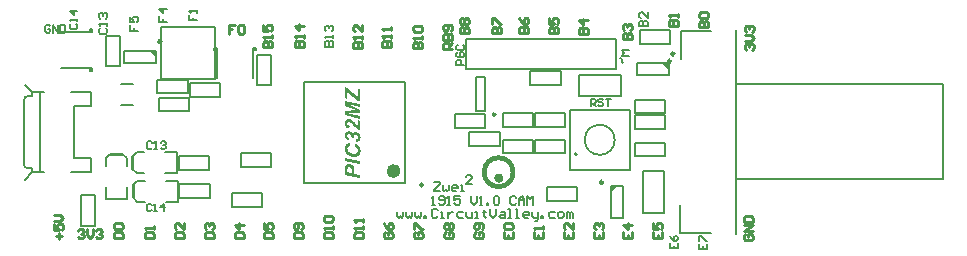
<source format=gto>
G04 Layer_Color=65535*
%FSLAX24Y24*%
%MOIN*%
G70*
G01*
G75*
%ADD10C,0.0080*%
%ADD37C,0.0100*%
%ADD40C,0.0150*%
%ADD52C,0.0236*%
%ADD53C,0.0098*%
%ADD54C,0.0050*%
%ADD55C,0.0079*%
%ADD56C,0.0080*%
%ADD57C,0.0080*%
%ADD58C,0.0070*%
%ADD59C,0.0090*%
G36*
X10256Y4494D02*
X10259D01*
X10264Y4493D01*
X10273Y4492D01*
X10284Y4489D01*
X10296Y4485D01*
X10309Y4478D01*
X10315Y4475D01*
X10321Y4471D01*
X10322D01*
X10323Y4470D01*
X10324Y4468D01*
X10326Y4466D01*
X10333Y4461D01*
X10339Y4454D01*
X10347Y4445D01*
X10355Y4434D01*
X10362Y4421D01*
X10369Y4407D01*
Y4407D01*
X10369Y4409D01*
X10370Y4410D01*
X10372Y4412D01*
X10375Y4418D01*
X10381Y4425D01*
X10387Y4433D01*
X10395Y4441D01*
X10404Y4448D01*
X10414Y4455D01*
X10414D01*
X10415Y4455D01*
X10416Y4456D01*
X10418Y4457D01*
X10424Y4460D01*
X10431Y4462D01*
X10439Y4465D01*
X10449Y4468D01*
X10459Y4470D01*
X10470Y4470D01*
X10476D01*
X10480Y4470D01*
X10485Y4469D01*
X10491Y4468D01*
X10497Y4467D01*
X10505Y4465D01*
X10512Y4463D01*
X10521Y4460D01*
X10529Y4457D01*
X10538Y4453D01*
X10547Y4448D01*
X10556Y4443D01*
X10566Y4437D01*
X10575Y4430D01*
X10575Y4429D01*
X10577Y4427D01*
X10581Y4424D01*
X10584Y4420D01*
X10589Y4414D01*
X10595Y4407D01*
X10601Y4400D01*
X10607Y4391D01*
X10613Y4382D01*
X10619Y4371D01*
X10624Y4359D01*
X10629Y4347D01*
X10633Y4333D01*
X10637Y4319D01*
X10639Y4304D01*
X10639Y4288D01*
Y4288D01*
Y4285D01*
Y4282D01*
X10639Y4278D01*
X10638Y4272D01*
X10637Y4265D01*
X10636Y4258D01*
X10635Y4250D01*
X10631Y4233D01*
X10628Y4224D01*
X10624Y4215D01*
X10620Y4207D01*
X10615Y4198D01*
X10609Y4189D01*
X10603Y4181D01*
X10602Y4180D01*
X10601Y4179D01*
X10599Y4177D01*
X10596Y4174D01*
X10592Y4171D01*
X10587Y4167D01*
X10582Y4163D01*
X10576Y4159D01*
X10568Y4154D01*
X10561Y4150D01*
X10552Y4145D01*
X10543Y4142D01*
X10532Y4138D01*
X10521Y4135D01*
X10510Y4132D01*
X10497Y4130D01*
X10486Y4226D01*
X10486D01*
X10487Y4226D01*
X10490D01*
X10492Y4227D01*
X10496Y4228D01*
X10500Y4229D01*
X10508Y4231D01*
X10517Y4234D01*
X10527Y4237D01*
X10536Y4241D01*
X10539Y4244D01*
X10542Y4247D01*
X10543Y4248D01*
X10545Y4250D01*
X10547Y4253D01*
X10550Y4258D01*
X10553Y4264D01*
X10556Y4271D01*
X10557Y4279D01*
X10558Y4289D01*
Y4289D01*
Y4290D01*
Y4292D01*
X10557Y4294D01*
X10557Y4301D01*
X10555Y4309D01*
X10552Y4317D01*
X10548Y4327D01*
X10543Y4337D01*
X10535Y4346D01*
X10534Y4347D01*
X10531Y4349D01*
X10526Y4353D01*
X10519Y4357D01*
X10510Y4361D01*
X10500Y4365D01*
X10488Y4367D01*
X10476Y4369D01*
X10471D01*
X10465Y4367D01*
X10458Y4366D01*
X10450Y4364D01*
X10442Y4361D01*
X10434Y4356D01*
X10426Y4350D01*
X10426Y4350D01*
X10424Y4347D01*
X10420Y4343D01*
X10417Y4337D01*
X10414Y4330D01*
X10410Y4322D01*
X10408Y4312D01*
X10407Y4301D01*
Y4300D01*
Y4300D01*
Y4296D01*
X10408Y4291D01*
X10409Y4285D01*
X10325Y4303D01*
Y4304D01*
Y4306D01*
X10326Y4309D01*
Y4313D01*
Y4313D01*
Y4314D01*
Y4316D01*
X10325Y4319D01*
Y4322D01*
X10325Y4326D01*
X10323Y4335D01*
X10321Y4345D01*
X10317Y4356D01*
X10312Y4365D01*
X10305Y4374D01*
X10304Y4375D01*
X10301Y4377D01*
X10297Y4381D01*
X10291Y4385D01*
X10283Y4389D01*
X10273Y4392D01*
X10262Y4394D01*
X10250Y4395D01*
X10246D01*
X10241Y4395D01*
X10235Y4394D01*
X10229Y4392D01*
X10223Y4389D01*
X10216Y4386D01*
X10210Y4381D01*
X10210Y4380D01*
X10208Y4378D01*
X10205Y4375D01*
X10203Y4371D01*
X10200Y4365D01*
X10198Y4359D01*
X10196Y4352D01*
X10195Y4344D01*
Y4342D01*
Y4340D01*
X10196Y4336D01*
X10198Y4331D01*
X10199Y4325D01*
X10202Y4318D01*
X10206Y4311D01*
X10212Y4305D01*
X10212Y4304D01*
X10215Y4302D01*
X10219Y4299D01*
X10224Y4295D01*
X10232Y4290D01*
X10242Y4286D01*
X10253Y4281D01*
X10266Y4278D01*
X10248Y4186D01*
X10248D01*
X10245Y4187D01*
X10243Y4188D01*
X10239Y4189D01*
X10234Y4191D01*
X10229Y4193D01*
X10223Y4195D01*
X10216Y4199D01*
X10202Y4205D01*
X10188Y4214D01*
X10174Y4223D01*
X10167Y4229D01*
X10161Y4234D01*
X10160Y4235D01*
X10159Y4236D01*
X10157Y4239D01*
X10154Y4243D01*
X10150Y4248D01*
X10147Y4253D01*
X10143Y4259D01*
X10138Y4266D01*
X10134Y4275D01*
X10130Y4283D01*
X10126Y4293D01*
X10123Y4303D01*
X10120Y4314D01*
X10117Y4325D01*
X10116Y4337D01*
X10116Y4350D01*
Y4351D01*
Y4354D01*
Y4357D01*
X10116Y4362D01*
X10117Y4368D01*
X10118Y4375D01*
X10119Y4382D01*
X10121Y4390D01*
X10123Y4399D01*
X10125Y4407D01*
X10128Y4416D01*
X10132Y4425D01*
X10137Y4434D01*
X10142Y4442D01*
X10148Y4450D01*
X10155Y4457D01*
X10155Y4458D01*
X10157Y4459D01*
X10159Y4461D01*
X10162Y4463D01*
X10165Y4466D01*
X10170Y4469D01*
X10175Y4472D01*
X10182Y4476D01*
X10188Y4480D01*
X10195Y4483D01*
X10203Y4486D01*
X10212Y4489D01*
X10220Y4491D01*
X10229Y4493D01*
X10239Y4494D01*
X10249Y4495D01*
X10253D01*
X10256Y4494D01*
D02*
G37*
G36*
X10264Y4900D02*
X10272Y4899D01*
X10281Y4897D01*
X10292Y4895D01*
X10303Y4892D01*
X10314Y4887D01*
X10315D01*
X10315Y4887D01*
X10317Y4886D01*
X10319Y4885D01*
X10326Y4882D01*
X10334Y4877D01*
X10343Y4872D01*
X10354Y4865D01*
X10366Y4856D01*
X10378Y4846D01*
X10379Y4845D01*
X10382Y4842D01*
X10388Y4837D01*
X10395Y4830D01*
X10400Y4825D01*
X10405Y4820D01*
X10411Y4815D01*
X10417Y4809D01*
X10423Y4802D01*
X10430Y4795D01*
X10438Y4787D01*
X10446Y4779D01*
X10446Y4778D01*
X10447Y4776D01*
X10450Y4774D01*
X10453Y4771D01*
X10456Y4768D01*
X10460Y4763D01*
X10470Y4754D01*
X10479Y4743D01*
X10489Y4733D01*
X10498Y4724D01*
X10502Y4720D01*
X10505Y4717D01*
X10506Y4716D01*
X10508Y4714D01*
X10511Y4711D01*
X10515Y4707D01*
X10520Y4703D01*
X10526Y4698D01*
X10538Y4688D01*
Y4865D01*
X10630Y4846D01*
Y4535D01*
X10628D01*
X10626Y4536D01*
X10624Y4536D01*
X10621Y4537D01*
X10617Y4537D01*
X10607Y4539D01*
X10596Y4542D01*
X10584Y4546D01*
X10572Y4551D01*
X10559Y4557D01*
X10558D01*
X10557Y4557D01*
X10556Y4558D01*
X10553Y4560D01*
X10550Y4562D01*
X10547Y4564D01*
X10538Y4569D01*
X10528Y4575D01*
X10517Y4582D01*
X10506Y4591D01*
X10495Y4600D01*
X10495Y4601D01*
X10493Y4601D01*
X10492Y4603D01*
X10490Y4605D01*
X10486Y4608D01*
X10482Y4612D01*
X10478Y4616D01*
X10472Y4622D01*
X10466Y4628D01*
X10459Y4634D01*
X10451Y4642D01*
X10442Y4651D01*
X10434Y4660D01*
X10423Y4670D01*
X10412Y4682D01*
X10400Y4694D01*
X10400Y4695D01*
X10398Y4697D01*
X10396Y4699D01*
X10392Y4703D01*
X10389Y4707D01*
X10384Y4712D01*
X10374Y4722D01*
X10363Y4733D01*
X10352Y4744D01*
X10348Y4749D01*
X10343Y4753D01*
X10339Y4757D01*
X10336Y4760D01*
X10335Y4760D01*
X10335Y4761D01*
X10331Y4764D01*
X10326Y4768D01*
X10320Y4773D01*
X10313Y4779D01*
X10304Y4784D01*
X10296Y4789D01*
X10289Y4793D01*
X10288Y4794D01*
X10285Y4795D01*
X10281Y4796D01*
X10276Y4798D01*
X10271Y4800D01*
X10265Y4801D01*
X10259Y4802D01*
X10253Y4803D01*
X10248D01*
X10244Y4802D01*
X10238Y4801D01*
X10231Y4799D01*
X10224Y4796D01*
X10217Y4792D01*
X10210Y4787D01*
X10210Y4786D01*
X10208Y4784D01*
X10205Y4781D01*
X10202Y4776D01*
X10199Y4771D01*
X10197Y4765D01*
X10195Y4757D01*
X10194Y4749D01*
Y4748D01*
Y4745D01*
X10195Y4740D01*
X10197Y4735D01*
X10199Y4728D01*
X10202Y4721D01*
X10207Y4714D01*
X10213Y4707D01*
X10214Y4707D01*
X10216Y4704D01*
X10221Y4701D01*
X10228Y4697D01*
X10232Y4695D01*
X10237Y4693D01*
X10242Y4690D01*
X10248Y4688D01*
X10254Y4686D01*
X10261Y4684D01*
X10269Y4682D01*
X10278Y4680D01*
X10263Y4583D01*
X10263D01*
X10260Y4583D01*
X10256Y4584D01*
X10251Y4586D01*
X10245Y4587D01*
X10239Y4589D01*
X10231Y4591D01*
X10223Y4594D01*
X10214Y4597D01*
X10205Y4601D01*
X10196Y4606D01*
X10187Y4611D01*
X10178Y4617D01*
X10169Y4623D01*
X10161Y4630D01*
X10154Y4638D01*
X10153Y4638D01*
X10152Y4640D01*
X10150Y4642D01*
X10148Y4645D01*
X10145Y4650D01*
X10142Y4655D01*
X10138Y4661D01*
X10134Y4668D01*
X10131Y4675D01*
X10128Y4684D01*
X10124Y4693D01*
X10122Y4702D01*
X10119Y4712D01*
X10117Y4723D01*
X10116Y4735D01*
X10116Y4747D01*
Y4747D01*
Y4750D01*
Y4753D01*
X10116Y4758D01*
X10117Y4764D01*
X10118Y4771D01*
X10119Y4779D01*
X10121Y4788D01*
X10122Y4796D01*
X10125Y4805D01*
X10128Y4815D01*
X10132Y4824D01*
X10137Y4834D01*
X10142Y4843D01*
X10148Y4851D01*
X10154Y4859D01*
X10155Y4860D01*
X10156Y4861D01*
X10158Y4863D01*
X10162Y4866D01*
X10165Y4869D01*
X10170Y4872D01*
X10175Y4876D01*
X10181Y4880D01*
X10188Y4884D01*
X10195Y4887D01*
X10204Y4891D01*
X10213Y4894D01*
X10222Y4896D01*
X10232Y4899D01*
X10242Y4900D01*
X10253Y4900D01*
X10258D01*
X10264Y4900D01*
D02*
G37*
G36*
X10285Y4009D02*
X10285D01*
X10283Y4009D01*
X10281Y4008D01*
X10278Y4008D01*
X10274Y4007D01*
X10270Y4006D01*
X10260Y4002D01*
X10250Y3998D01*
X10239Y3992D01*
X10229Y3985D01*
X10225Y3981D01*
X10221Y3977D01*
X10220Y3976D01*
X10218Y3972D01*
X10214Y3967D01*
X10210Y3960D01*
X10207Y3951D01*
X10204Y3940D01*
X10202Y3927D01*
X10200Y3913D01*
Y3913D01*
Y3912D01*
Y3909D01*
X10201Y3906D01*
Y3902D01*
X10202Y3897D01*
X10203Y3892D01*
X10204Y3887D01*
X10207Y3874D01*
X10212Y3861D01*
X10218Y3846D01*
X10223Y3839D01*
X10227Y3832D01*
X10228Y3831D01*
X10228Y3830D01*
X10230Y3828D01*
X10232Y3826D01*
X10235Y3822D01*
X10239Y3819D01*
X10243Y3815D01*
X10248Y3810D01*
X10253Y3805D01*
X10259Y3801D01*
X10266Y3795D01*
X10273Y3790D01*
X10281Y3785D01*
X10290Y3780D01*
X10300Y3776D01*
X10310Y3771D01*
X10311D01*
X10313Y3770D01*
X10316Y3769D01*
X10320Y3768D01*
X10325Y3766D01*
X10331Y3764D01*
X10338Y3762D01*
X10345Y3760D01*
X10354Y3758D01*
X10362Y3756D01*
X10381Y3753D01*
X10402Y3750D01*
X10423Y3749D01*
X10429D01*
X10433Y3750D01*
X10439Y3750D01*
X10444Y3751D01*
X10451Y3751D01*
X10458Y3753D01*
X10473Y3756D01*
X10489Y3761D01*
X10497Y3765D01*
X10504Y3769D01*
X10511Y3774D01*
X10518Y3779D01*
X10518Y3779D01*
X10520Y3780D01*
X10521Y3781D01*
X10523Y3784D01*
X10526Y3787D01*
X10528Y3790D01*
X10531Y3794D01*
X10535Y3799D01*
X10541Y3810D01*
X10546Y3822D01*
X10548Y3829D01*
X10550Y3836D01*
X10551Y3844D01*
X10551Y3852D01*
Y3852D01*
Y3854D01*
Y3856D01*
X10551Y3859D01*
Y3862D01*
X10550Y3867D01*
X10548Y3877D01*
X10545Y3888D01*
X10540Y3901D01*
X10533Y3914D01*
X10530Y3920D01*
X10525Y3927D01*
X10525Y3927D01*
X10524Y3928D01*
X10522Y3930D01*
X10520Y3932D01*
X10517Y3935D01*
X10514Y3938D01*
X10510Y3942D01*
X10505Y3946D01*
X10500Y3950D01*
X10494Y3954D01*
X10488Y3958D01*
X10481Y3963D01*
X10473Y3967D01*
X10465Y3971D01*
X10456Y3975D01*
X10446Y3978D01*
X10462Y4084D01*
X10464Y4083D01*
X10466Y4082D01*
X10471Y4081D01*
X10477Y4078D01*
X10484Y4074D01*
X10492Y4071D01*
X10501Y4066D01*
X10511Y4061D01*
X10522Y4054D01*
X10533Y4047D01*
X10543Y4039D01*
X10555Y4031D01*
X10566Y4022D01*
X10576Y4012D01*
X10586Y4001D01*
X10594Y3990D01*
X10595Y3990D01*
X10596Y3987D01*
X10598Y3984D01*
X10602Y3979D01*
X10605Y3973D01*
X10609Y3966D01*
X10613Y3958D01*
X10617Y3948D01*
X10621Y3938D01*
X10625Y3927D01*
X10629Y3915D01*
X10632Y3902D01*
X10635Y3889D01*
X10637Y3875D01*
X10639Y3860D01*
X10639Y3845D01*
Y3844D01*
Y3841D01*
X10639Y3836D01*
X10638Y3829D01*
X10638Y3821D01*
X10637Y3812D01*
X10635Y3802D01*
X10632Y3791D01*
X10629Y3779D01*
X10626Y3767D01*
X10621Y3755D01*
X10616Y3743D01*
X10609Y3731D01*
X10602Y3719D01*
X10593Y3708D01*
X10583Y3698D01*
X10583Y3697D01*
X10581Y3695D01*
X10577Y3693D01*
X10573Y3689D01*
X10567Y3685D01*
X10560Y3681D01*
X10551Y3676D01*
X10542Y3671D01*
X10531Y3666D01*
X10518Y3661D01*
X10505Y3657D01*
X10490Y3653D01*
X10474Y3650D01*
X10457Y3647D01*
X10439Y3645D01*
X10419Y3645D01*
X10411D01*
X10404Y3645D01*
X10396Y3646D01*
X10387Y3647D01*
X10377Y3648D01*
X10366Y3649D01*
X10354Y3651D01*
X10341Y3653D01*
X10328Y3656D01*
X10315Y3660D01*
X10301Y3664D01*
X10287Y3668D01*
X10273Y3674D01*
X10259Y3680D01*
X10258Y3680D01*
X10256Y3681D01*
X10252Y3684D01*
X10247Y3686D01*
X10241Y3690D01*
X10234Y3694D01*
X10227Y3700D01*
X10218Y3705D01*
X10209Y3712D01*
X10200Y3719D01*
X10191Y3728D01*
X10182Y3736D01*
X10173Y3746D01*
X10164Y3756D01*
X10156Y3766D01*
X10148Y3778D01*
X10148Y3779D01*
X10147Y3781D01*
X10145Y3784D01*
X10142Y3789D01*
X10139Y3795D01*
X10136Y3802D01*
X10132Y3810D01*
X10129Y3819D01*
X10125Y3829D01*
X10122Y3839D01*
X10118Y3851D01*
X10116Y3862D01*
X10113Y3875D01*
X10111Y3888D01*
X10110Y3901D01*
X10109Y3915D01*
Y3916D01*
Y3919D01*
X10110Y3923D01*
Y3929D01*
X10111Y3936D01*
X10112Y3944D01*
X10113Y3953D01*
X10115Y3963D01*
X10117Y3973D01*
X10121Y3984D01*
X10124Y3996D01*
X10128Y4007D01*
X10133Y4018D01*
X10139Y4029D01*
X10147Y4039D01*
X10154Y4049D01*
X10155Y4050D01*
X10157Y4052D01*
X10159Y4054D01*
X10163Y4058D01*
X10167Y4062D01*
X10173Y4066D01*
X10179Y4071D01*
X10186Y4077D01*
X10194Y4082D01*
X10204Y4087D01*
X10214Y4092D01*
X10224Y4097D01*
X10236Y4102D01*
X10249Y4105D01*
X10262Y4108D01*
X10276Y4110D01*
X10285Y4009D01*
D02*
G37*
G36*
X10256Y3403D02*
X10261D01*
X10270Y3402D01*
X10282Y3400D01*
X10295Y3397D01*
X10308Y3393D01*
X10322Y3388D01*
X10323D01*
X10324Y3387D01*
X10325Y3386D01*
X10328Y3385D01*
X10331Y3384D01*
X10335Y3382D01*
X10343Y3378D01*
X10352Y3372D01*
X10362Y3366D01*
X10372Y3359D01*
X10381Y3351D01*
X10382Y3350D01*
X10385Y3347D01*
X10389Y3343D01*
X10393Y3337D01*
X10399Y3330D01*
X10404Y3322D01*
X10410Y3314D01*
X10414Y3304D01*
X10415Y3303D01*
X10415Y3301D01*
X10416Y3300D01*
X10418Y3294D01*
X10420Y3286D01*
X10423Y3276D01*
X10426Y3265D01*
X10429Y3251D01*
X10431Y3236D01*
Y3236D01*
Y3235D01*
X10432Y3234D01*
Y3231D01*
Y3229D01*
X10432Y3225D01*
Y3221D01*
X10433Y3215D01*
X10434Y3210D01*
Y3203D01*
X10434Y3195D01*
Y3187D01*
Y3178D01*
X10435Y3167D01*
Y3156D01*
Y3144D01*
Y3076D01*
X10630Y3035D01*
Y2930D01*
X10118Y3037D01*
Y3245D01*
Y3246D01*
Y3247D01*
Y3251D01*
Y3255D01*
X10118Y3259D01*
Y3265D01*
X10119Y3271D01*
X10119Y3277D01*
X10121Y3291D01*
X10123Y3306D01*
X10127Y3320D01*
X10131Y3333D01*
Y3333D01*
X10132Y3335D01*
X10133Y3336D01*
X10134Y3338D01*
X10137Y3344D01*
X10142Y3351D01*
X10148Y3360D01*
X10155Y3368D01*
X10164Y3376D01*
X10175Y3384D01*
X10175D01*
X10176Y3385D01*
X10178Y3386D01*
X10180Y3387D01*
X10183Y3388D01*
X10187Y3390D01*
X10195Y3394D01*
X10205Y3397D01*
X10218Y3401D01*
X10232Y3403D01*
X10246Y3403D01*
X10253D01*
X10256Y3403D01*
D02*
G37*
G36*
X10630Y3508D02*
Y3403D01*
X10118Y3510D01*
Y3615D01*
X10630Y3508D01*
D02*
G37*
G36*
X20923Y6549D02*
X20702Y6770D01*
X20923D01*
Y6549D01*
D02*
G37*
G36*
X3813Y6959D02*
X3592Y7180D01*
X3813D01*
Y6959D01*
D02*
G37*
G36*
X18980Y2442D02*
Y2663D01*
X19201D01*
X18980Y2442D01*
D02*
G37*
G36*
X10630Y5410D02*
Y5315D01*
X10205Y5403D01*
X10630Y5213D01*
Y5113D01*
X10202Y5095D01*
X10630Y5013D01*
Y4918D01*
X10118Y5025D01*
Y5175D01*
X10471Y5191D01*
X10118Y5352D01*
Y5503D01*
X10630Y5410D01*
D02*
G37*
G36*
X10198Y5948D02*
X10547Y5650D01*
Y5651D01*
Y5652D01*
Y5654D01*
Y5658D01*
Y5661D01*
X10546Y5666D01*
Y5674D01*
Y5684D01*
X10546Y5693D01*
Y5697D01*
Y5700D01*
Y5703D01*
Y5704D01*
Y5705D01*
Y5706D01*
Y5708D01*
Y5711D01*
Y5714D01*
Y5718D01*
Y5723D01*
Y5729D01*
Y5735D01*
X10545Y5742D01*
Y5749D01*
Y5758D01*
Y5767D01*
Y5776D01*
X10545Y5787D01*
Y5797D01*
Y5919D01*
X10630Y5901D01*
Y5504D01*
X10550Y5520D01*
X10203Y5815D01*
Y5577D01*
X10118Y5595D01*
Y5964D01*
X10198Y5948D01*
D02*
G37*
%LPC*%
G36*
X10255Y3298D02*
X10252D01*
X10249Y3297D01*
X10245Y3297D01*
X10240Y3296D01*
X10235Y3295D01*
X10230Y3292D01*
X10225Y3290D01*
X10225Y3289D01*
X10223Y3288D01*
X10221Y3286D01*
X10219Y3284D01*
X10215Y3280D01*
X10213Y3276D01*
X10210Y3272D01*
X10208Y3266D01*
Y3266D01*
X10207Y3263D01*
X10206Y3259D01*
X10205Y3256D01*
X10205Y3252D01*
X10204Y3249D01*
X10204Y3244D01*
X10203Y3238D01*
Y3232D01*
X10203Y3225D01*
X10202Y3218D01*
Y3210D01*
Y3200D01*
Y3125D01*
X10349Y3094D01*
Y3126D01*
Y3128D01*
Y3130D01*
Y3134D01*
Y3140D01*
X10349Y3146D01*
Y3154D01*
X10348Y3163D01*
Y3171D01*
X10347Y3190D01*
X10345Y3209D01*
X10344Y3217D01*
X10343Y3225D01*
X10341Y3232D01*
X10339Y3237D01*
Y3238D01*
X10339Y3239D01*
X10337Y3242D01*
X10335Y3247D01*
X10331Y3254D01*
X10326Y3261D01*
X10321Y3268D01*
X10314Y3275D01*
X10306Y3282D01*
X10305Y3282D01*
X10302Y3285D01*
X10297Y3287D01*
X10291Y3290D01*
X10283Y3293D01*
X10275Y3296D01*
X10265Y3297D01*
X10255Y3298D01*
D02*
G37*
%LPD*%
D10*
X-470Y5661D02*
G03*
X-572Y5563I-2J-100D01*
G01*
X-572Y3378D02*
G03*
X-470Y3261I110J-7D01*
G01*
X17849Y3721D02*
G03*
X17849Y3721I-39J0D01*
G01*
X19110Y4210D02*
G03*
X19110Y4210I-500J0D01*
G01*
X-553Y6035D02*
X-316Y5799D01*
X-470Y5661D02*
X-320D01*
X-316Y5799D02*
X80D01*
X-316Y5664D02*
Y5799D01*
X-572Y3378D02*
Y5563D01*
X-320Y5661D02*
X-316Y5664D01*
X980Y5799D02*
X1652D01*
Y5327D02*
Y5799D01*
X-41Y3122D02*
Y5799D01*
X1101Y5327D02*
X1652D01*
X1101Y3594D02*
Y5327D01*
X-470Y3261D02*
X-320D01*
X-316Y3257D01*
Y3122D02*
Y3257D01*
X-553Y2886D02*
X-316Y3122D01*
X80D01*
X1101Y3594D02*
X1652D01*
X980Y3122D02*
X1652D01*
Y3594D01*
X4000Y6234D02*
Y7966D01*
Y6234D02*
X5780D01*
X4000Y7966D02*
X5780D01*
Y6234D02*
Y7966D01*
X29640Y2912D02*
X30050D01*
Y6072D01*
X13080Y2800D02*
X13280D01*
Y2750D01*
X13080Y2550D01*
Y2500D01*
X13280D01*
X13380Y2700D02*
Y2550D01*
X13430Y2500D01*
X13480Y2550D01*
X13530Y2500D01*
X13580Y2550D01*
Y2700D01*
X13830Y2500D02*
X13730D01*
X13680Y2550D01*
Y2650D01*
X13730Y2700D01*
X13830D01*
X13880Y2650D01*
Y2600D01*
X13680D01*
X13980Y2500D02*
X14080D01*
X14030D01*
Y2700D01*
X13980D01*
X297Y7988D02*
X255Y8030D01*
X172D01*
X130Y7988D01*
Y7822D01*
X172Y7780D01*
X255D01*
X297Y7822D01*
Y7905D01*
X213D01*
X380Y7780D02*
Y8030D01*
X547Y7780D01*
Y8030D01*
X630D02*
Y7780D01*
X755D01*
X796Y7822D01*
Y7988D01*
X755Y8030D01*
X630D01*
X992Y8077D02*
X950Y8035D01*
Y7952D01*
X992Y7910D01*
X1158D01*
X1200Y7952D01*
Y8035D01*
X1158Y8077D01*
X1200Y8160D02*
Y8243D01*
Y8202D01*
X950D01*
X992Y8160D01*
X1200Y8493D02*
X950D01*
X1075Y8368D01*
Y8535D01*
X1967Y7927D02*
X1920Y7880D01*
Y7787D01*
X1967Y7740D01*
X2153D01*
X2200Y7787D01*
Y7880D01*
X2153Y7927D01*
X2200Y8020D02*
Y8113D01*
Y8067D01*
X1920D01*
X1967Y8020D01*
Y8253D02*
X1920Y8300D01*
Y8393D01*
X1967Y8440D01*
X2013D01*
X2060Y8393D01*
Y8346D01*
Y8393D01*
X2107Y8440D01*
X2153D01*
X2200Y8393D01*
Y8300D01*
X2153Y8253D01*
X2940Y8037D02*
Y7850D01*
X3080D01*
Y7943D01*
Y7850D01*
X3220D01*
X2940Y8317D02*
Y8130D01*
X3080D01*
X3033Y8223D01*
Y8270D01*
X3080Y8317D01*
X3173D01*
X3220Y8270D01*
Y8177D01*
X3173Y8130D01*
X3920Y8337D02*
Y8150D01*
X4060D01*
Y8243D01*
Y8150D01*
X4200D01*
Y8570D02*
X3920D01*
X4060Y8430D01*
Y8617D01*
X4930Y8367D02*
Y8200D01*
X5055D01*
Y8283D01*
Y8200D01*
X5180D01*
Y8450D02*
Y8533D01*
Y8492D01*
X4930D01*
X4972Y8450D01*
X9450Y7320D02*
X9730D01*
Y7460D01*
X9683Y7507D01*
X9637D01*
X9590Y7460D01*
Y7320D01*
Y7460D01*
X9543Y7507D01*
X9497D01*
X9450Y7460D01*
Y7320D01*
X9730Y7600D02*
Y7693D01*
Y7647D01*
X9450D01*
X9497Y7600D01*
Y7833D02*
X9450Y7880D01*
Y7973D01*
X9497Y8020D01*
X9543D01*
X9590Y7973D01*
Y7926D01*
Y7973D01*
X9637Y8020D01*
X9683D01*
X9730Y7973D01*
Y7880D01*
X9683Y7833D01*
X21930Y747D02*
Y580D01*
X22180D01*
Y747D01*
X22055Y580D02*
Y663D01*
X21930Y830D02*
Y997D01*
X21972D01*
X22138Y830D01*
X22180D01*
X20960Y767D02*
Y600D01*
X21210D01*
Y767D01*
X21085Y600D02*
Y683D01*
X20960Y1017D02*
X21002Y933D01*
X21085Y850D01*
X21168D01*
X21210Y892D01*
Y975D01*
X21168Y1017D01*
X21127D01*
X21085Y975D01*
Y850D01*
D37*
X15133Y5056D02*
G03*
X15133Y5056I-40J0D01*
G01*
X3991Y7490D02*
G03*
X3991Y7490I-50J0D01*
G01*
X18720Y2791D02*
G03*
X18720Y2791I-50J0D01*
G01*
X21101Y7080D02*
G03*
X21101Y7080I-50J0D01*
G01*
D40*
X15323Y2930D02*
G03*
X15323Y2930I-73J0D01*
G01*
X15722Y3130D02*
G03*
X15722Y3130I-482J0D01*
G01*
D52*
X11857Y3171D02*
G03*
X11857Y3171I-118J0D01*
G01*
D53*
X12724Y2709D02*
G03*
X12724Y2709I-49J0D01*
G01*
X20988Y6832D02*
G03*
X20988Y6832I-49J0D01*
G01*
D54*
X19780Y4570D02*
Y5030D01*
Y4570D02*
X20790D01*
X19780Y5030D02*
X20790D01*
Y4570D02*
Y5030D01*
X19780Y4120D02*
X20790D01*
X19780Y3660D02*
Y4120D01*
X20790Y3660D02*
Y4120D01*
X19780Y3660D02*
X20790D01*
X14490Y6301D02*
X14790D01*
X14490Y5159D02*
Y6301D01*
X14790Y5159D02*
Y6301D01*
X14490Y5159D02*
X14790D01*
X13790Y5060D02*
X14800D01*
X13790Y4600D02*
Y5060D01*
X14800Y4600D02*
Y5060D01*
X13790Y4600D02*
X14800D01*
X16300Y6030D02*
X17310D01*
Y6490D01*
X16300Y6030D02*
Y6490D01*
X17310D01*
X5970Y5630D02*
Y6090D01*
X4960D02*
X5970D01*
X4960Y5630D02*
X5970D01*
X4960D02*
Y6090D01*
X2750Y6780D02*
Y7180D01*
Y6780D02*
X3813Y6780D01*
X2750Y7180D02*
X3813Y7180D01*
Y6780D02*
Y7180D01*
X3870Y5760D02*
Y6220D01*
Y5760D02*
X4880D01*
X3870Y6220D02*
X4880D01*
Y5760D02*
Y6220D01*
X667Y7791D02*
X1691D01*
Y7909D01*
Y6491D02*
Y6609D01*
X667D02*
X1691D01*
X1651Y6491D02*
Y6609D01*
X1612Y6491D02*
Y6609D01*
Y6491D02*
X1691D01*
X1612Y7909D02*
X1691D01*
X1612Y7791D02*
Y7909D01*
X1651Y7791D02*
Y7909D01*
X5869Y6257D02*
Y7281D01*
X5751D02*
X5869D01*
X7051D02*
X7169D01*
X7051Y6257D02*
Y7281D01*
Y7241D02*
X7169D01*
X7051Y7202D02*
X7169D01*
Y7281D01*
X5751Y7202D02*
Y7281D01*
Y7202D02*
X5869D01*
X5751Y7241D02*
X5869D01*
X2160Y7670D02*
X2620D01*
X2160Y6660D02*
Y7670D01*
X2620Y6660D02*
Y7670D01*
X2160Y6660D02*
X2620D01*
X16840Y2640D02*
X17850D01*
X16840Y2180D02*
Y2640D01*
X17850Y2180D02*
Y2640D01*
X16840Y2180D02*
X17850D01*
X18980Y1600D02*
X19380D01*
X19380Y2663D02*
X19380Y1600D01*
X18980D02*
X18980Y2663D01*
X19380D01*
X19940Y7420D02*
Y7880D01*
Y7420D02*
X20950D01*
X19940Y7880D02*
X20950D01*
Y7420D02*
Y7880D01*
X19860Y6370D02*
Y6770D01*
Y6370D02*
X20923Y6370D01*
X19860Y6770D02*
X20923Y6770D01*
Y6370D02*
Y6770D01*
X2660Y5360D02*
X3060D01*
X2670Y6060D02*
X3050D01*
X1320Y1350D02*
Y2360D01*
Y1350D02*
X1780D01*
X1320Y2360D02*
X1780D01*
Y1350D02*
Y2360D01*
X2140Y2245D02*
Y2645D01*
Y2245D02*
X2840D01*
X2140Y3345D02*
Y3590D01*
X2290Y3740D01*
X2840Y2245D02*
Y2645D01*
X2290Y3740D02*
X2690D01*
X2840Y3345D02*
Y3590D01*
X2250Y3700D02*
X2730D01*
X2690Y3740D02*
X2840Y3590D01*
X17450Y3760D02*
Y4220D01*
X16440D02*
X17450D01*
X16440Y3760D02*
X17450D01*
X16440D02*
Y4220D01*
X15380Y3760D02*
Y4220D01*
Y3760D02*
X16390D01*
X15380Y4220D02*
X16390D01*
Y3760D02*
Y4220D01*
X17450Y4640D02*
Y5100D01*
X16440D02*
X17450D01*
X16440Y4640D02*
X17450D01*
X16440D02*
Y5100D01*
X15390Y4640D02*
Y5100D01*
Y4640D02*
X16400D01*
X15390Y5100D02*
X16400D01*
Y4640D02*
Y5100D01*
X15280Y4020D02*
Y4480D01*
X14270D02*
X15280D01*
X14270Y4020D02*
X15280D01*
X14270D02*
Y4480D01*
X4125Y3090D02*
X4525D01*
Y3790D01*
X3180Y3090D02*
X3425D01*
X3030Y3240D02*
X3180Y3090D01*
X4125Y3790D02*
X4525D01*
X3030Y3240D02*
Y3640D01*
X3180Y3790D02*
X3425D01*
X3070Y3200D02*
Y3680D01*
X3030Y3640D02*
X3180Y3790D01*
X4145Y2150D02*
X4545D01*
Y2850D01*
X3200Y2150D02*
X3445D01*
X3050Y2300D02*
X3200Y2150D01*
X4145Y2850D02*
X4545D01*
X3050Y2300D02*
Y2700D01*
X3200Y2850D02*
X3445D01*
X3090Y2260D02*
Y2740D01*
X3050Y2700D02*
X3200Y2850D01*
X4580Y3220D02*
X5590D01*
Y3680D01*
X4580Y3220D02*
Y3680D01*
X5590D01*
X4600Y2270D02*
X5610D01*
Y2730D01*
X4600Y2270D02*
Y2730D01*
X5610D01*
X7350Y1970D02*
Y2430D01*
X6340D02*
X7350D01*
X6340Y1970D02*
X7350D01*
X6340D02*
Y2430D01*
X7650Y3300D02*
Y3760D01*
X6640D02*
X7650D01*
X6640Y3300D02*
X7650D01*
X6640D02*
Y3760D01*
X7180Y6030D02*
X7640D01*
Y7040D01*
X7180Y6030D02*
Y7040D01*
X7640D01*
X3920Y5160D02*
Y5620D01*
Y5160D02*
X4930D01*
X3920Y5620D02*
X4930D01*
Y5160D02*
Y5620D01*
X19790Y5550D02*
X20800D01*
X19790Y5090D02*
Y5550D01*
X20800Y5090D02*
Y5550D01*
X19790Y5090D02*
X20800D01*
X17910Y6380D02*
X19310D01*
X17910Y5680D02*
X19310Y5680D01*
Y6380D01*
X17910Y5680D02*
X17910Y6380D01*
X20040Y1770D02*
Y3170D01*
X20740D02*
X20740Y1770D01*
X20040Y3170D02*
X20740D01*
X20040Y1770D02*
X20740Y1770D01*
D55*
X8767Y6144D02*
X12133D01*
X8767Y2778D02*
X12133D01*
X8767D02*
Y6144D01*
X12133Y2778D02*
Y6144D01*
X14170Y6560D02*
X19170D01*
Y7560D01*
X14170Y6560D02*
Y7560D01*
X19170D01*
X23185Y2912D02*
X30040D01*
X21275Y1102D02*
X22310D01*
X23170Y1080D02*
Y7860D01*
X21275Y1102D02*
Y2030D01*
X23185Y6072D02*
X30050D01*
X21315Y7840D02*
X22310D01*
X21315Y6899D02*
Y7840D01*
D56*
X19610Y3210D02*
Y5210D01*
X17610D02*
X19610D01*
X17610Y3210D02*
Y5210D01*
D57*
Y3210D02*
X19610D01*
D58*
X13020Y2050D02*
X13113D01*
X13067D01*
Y2330D01*
X13020Y2283D01*
X13253Y2097D02*
X13300Y2050D01*
X13393D01*
X13440Y2097D01*
Y2283D01*
X13393Y2330D01*
X13300D01*
X13253Y2283D01*
Y2237D01*
X13300Y2190D01*
X13440D01*
X13533Y2050D02*
X13626D01*
X13580D01*
Y2330D01*
X13533Y2283D01*
X13953Y2330D02*
X13766D01*
Y2190D01*
X13860Y2237D01*
X13906D01*
X13953Y2190D01*
Y2097D01*
X13906Y2050D01*
X13813D01*
X13766Y2097D01*
X14326Y2330D02*
Y2143D01*
X14420Y2050D01*
X14513Y2143D01*
Y2330D01*
X14606Y2050D02*
X14699D01*
X14653D01*
Y2330D01*
X14606Y2283D01*
X14839Y2050D02*
Y2097D01*
X14886D01*
Y2050D01*
X14839D01*
X15073Y2283D02*
X15119Y2330D01*
X15213D01*
X15259Y2283D01*
Y2097D01*
X15213Y2050D01*
X15119D01*
X15073Y2097D01*
Y2283D01*
X15819D02*
X15772Y2330D01*
X15679D01*
X15632Y2283D01*
Y2097D01*
X15679Y2050D01*
X15772D01*
X15819Y2097D01*
X15912Y2050D02*
Y2237D01*
X16006Y2330D01*
X16099Y2237D01*
Y2050D01*
Y2190D01*
X15912D01*
X16192Y2050D02*
Y2330D01*
X16286Y2237D01*
X16379Y2330D01*
Y2050D01*
X14350Y2730D02*
X14150D01*
X14350Y2930D01*
Y2980D01*
X14300Y3030D01*
X14200D01*
X14150Y2980D01*
X11860Y1820D02*
Y1670D01*
X11910Y1620D01*
X11960Y1670D01*
X12010Y1620D01*
X12060Y1670D01*
Y1820D01*
X12160D02*
Y1670D01*
X12210Y1620D01*
X12260Y1670D01*
X12310Y1620D01*
X12360Y1670D01*
Y1820D01*
X12460D02*
Y1670D01*
X12510Y1620D01*
X12560Y1670D01*
X12610Y1620D01*
X12660Y1670D01*
Y1820D01*
X12760Y1620D02*
Y1670D01*
X12810D01*
Y1620D01*
X12760D01*
X13210Y1870D02*
X13160Y1920D01*
X13060D01*
X13010Y1870D01*
Y1670D01*
X13060Y1620D01*
X13160D01*
X13210Y1670D01*
X13310Y1620D02*
X13410D01*
X13360D01*
Y1820D01*
X13310D01*
X13559D02*
Y1620D01*
Y1720D01*
X13609Y1770D01*
X13659Y1820D01*
X13709D01*
X14059D02*
X13909D01*
X13859Y1770D01*
Y1670D01*
X13909Y1620D01*
X14059D01*
X14159Y1820D02*
Y1670D01*
X14209Y1620D01*
X14359D01*
Y1820D01*
X14459Y1620D02*
X14559D01*
X14509D01*
Y1820D01*
X14459D01*
X14759Y1870D02*
Y1820D01*
X14709D01*
X14809D01*
X14759D01*
Y1670D01*
X14809Y1620D01*
X14959Y1920D02*
Y1720D01*
X15059Y1620D01*
X15159Y1720D01*
Y1920D01*
X15309Y1820D02*
X15409D01*
X15459Y1770D01*
Y1620D01*
X15309D01*
X15259Y1670D01*
X15309Y1720D01*
X15459D01*
X15559Y1620D02*
X15659D01*
X15609D01*
Y1920D01*
X15559D01*
X15809Y1620D02*
X15909D01*
X15859D01*
Y1920D01*
X15809D01*
X16209Y1620D02*
X16109D01*
X16059Y1670D01*
Y1770D01*
X16109Y1820D01*
X16209D01*
X16259Y1770D01*
Y1720D01*
X16059D01*
X16359Y1820D02*
Y1670D01*
X16409Y1620D01*
X16558D01*
Y1570D01*
X16509Y1520D01*
X16459D01*
X16558Y1620D02*
Y1820D01*
X16658Y1620D02*
Y1670D01*
X16708D01*
Y1620D01*
X16658D01*
X17108Y1820D02*
X16958D01*
X16908Y1770D01*
Y1670D01*
X16958Y1620D01*
X17108D01*
X17258D02*
X17358D01*
X17408Y1670D01*
Y1770D01*
X17358Y1820D01*
X17258D01*
X17208Y1770D01*
Y1670D01*
X17258Y1620D01*
X17508D02*
Y1820D01*
X17558D01*
X17608Y1770D01*
Y1620D01*
Y1770D01*
X17658Y1820D01*
X17708Y1770D01*
Y1620D01*
X18310Y5330D02*
Y5580D01*
X18435D01*
X18477Y5538D01*
Y5455D01*
X18435Y5413D01*
X18310D01*
X18393D02*
X18477Y5330D01*
X18727Y5538D02*
X18685Y5580D01*
X18602D01*
X18560Y5538D01*
Y5497D01*
X18602Y5455D01*
X18685D01*
X18727Y5413D01*
Y5372D01*
X18685Y5330D01*
X18602D01*
X18560Y5372D01*
X18810Y5580D02*
X18976D01*
X18893D01*
Y5330D01*
X19382Y6770D02*
X19340Y6812D01*
Y6895D01*
X19298Y6937D01*
X19590Y7020D02*
X19340D01*
X19423Y7103D01*
X19340Y7187D01*
X19590D01*
X14080Y6710D02*
X13830D01*
Y6835D01*
X13872Y6877D01*
X13955D01*
X13997Y6835D01*
Y6710D01*
X13872Y7127D02*
X13830Y7085D01*
Y7002D01*
X13872Y6960D01*
X14038D01*
X14080Y7002D01*
Y7085D01*
X14038Y7127D01*
X13955D01*
Y7043D01*
X13872Y7376D02*
X13830Y7335D01*
Y7251D01*
X13872Y7210D01*
X14038D01*
X14080Y7251D01*
Y7335D01*
X14038Y7376D01*
X3677Y2038D02*
X3635Y2080D01*
X3552D01*
X3510Y2038D01*
Y1872D01*
X3552Y1830D01*
X3635D01*
X3677Y1872D01*
X3760Y1830D02*
X3843D01*
X3802D01*
Y2080D01*
X3760Y2038D01*
X4093Y1830D02*
Y2080D01*
X3968Y1955D01*
X4135D01*
X3687Y4118D02*
X3645Y4160D01*
X3562D01*
X3520Y4118D01*
Y3952D01*
X3562Y3910D01*
X3645D01*
X3687Y3952D01*
X3770Y3910D02*
X3853D01*
X3812D01*
Y4160D01*
X3770Y4118D01*
X3978D02*
X4020Y4160D01*
X4103D01*
X4145Y4118D01*
Y4077D01*
X4103Y4035D01*
X4061D01*
X4103D01*
X4145Y3993D01*
Y3952D01*
X4103Y3910D01*
X4020D01*
X3978Y3952D01*
X19930Y7990D02*
X20210D01*
Y8130D01*
X20163Y8177D01*
X20117D01*
X20070Y8130D01*
Y7990D01*
Y8130D01*
X20023Y8177D01*
X19977D01*
X19930Y8130D01*
Y7990D01*
X20210Y8457D02*
Y8270D01*
X20023Y8457D01*
X19977D01*
X19930Y8410D01*
Y8317D01*
X19977Y8270D01*
D59*
X6470Y8040D02*
X6270D01*
Y7890D01*
X6370D01*
X6270D01*
Y7740D01*
X6570Y7990D02*
X6620Y8040D01*
X6720D01*
X6770Y7990D01*
Y7790D01*
X6720Y7740D01*
X6620D01*
X6570Y7790D01*
Y7990D01*
X7400Y7300D02*
X7700D01*
Y7450D01*
X7650Y7500D01*
X7600D01*
X7550Y7450D01*
Y7300D01*
Y7450D01*
X7500Y7500D01*
X7450D01*
X7400Y7450D01*
Y7300D01*
X7700Y7600D02*
Y7700D01*
Y7650D01*
X7400D01*
X7450Y7600D01*
X7400Y8050D02*
Y7850D01*
X7550D01*
X7500Y7950D01*
Y8000D01*
X7550Y8050D01*
X7650D01*
X7700Y8000D01*
Y7900D01*
X7650Y7850D01*
X8440Y7320D02*
X8740D01*
Y7470D01*
X8690Y7520D01*
X8640D01*
X8590Y7470D01*
Y7320D01*
Y7470D01*
X8540Y7520D01*
X8490D01*
X8440Y7470D01*
Y7320D01*
X8740Y7620D02*
Y7720D01*
Y7670D01*
X8440D01*
X8490Y7620D01*
X8740Y8020D02*
X8440D01*
X8590Y7870D01*
Y8070D01*
X10400Y7280D02*
X10700D01*
Y7430D01*
X10650Y7480D01*
X10600D01*
X10550Y7430D01*
Y7280D01*
Y7430D01*
X10500Y7480D01*
X10450D01*
X10400Y7430D01*
Y7280D01*
X10700Y7580D02*
Y7680D01*
Y7630D01*
X10400D01*
X10450Y7580D01*
X10700Y8030D02*
Y7830D01*
X10500Y8030D01*
X10450D01*
X10400Y7980D01*
Y7880D01*
X10450Y7830D01*
X11370Y7320D02*
X11670D01*
Y7470D01*
X11620Y7520D01*
X11570D01*
X11520Y7470D01*
Y7320D01*
Y7470D01*
X11470Y7520D01*
X11420D01*
X11370Y7470D01*
Y7320D01*
X11670Y7620D02*
Y7720D01*
Y7670D01*
X11370D01*
X11420Y7620D01*
X11670Y7870D02*
Y7970D01*
Y7920D01*
X11370D01*
X11420Y7870D01*
X12390Y7270D02*
X12690D01*
Y7420D01*
X12640Y7470D01*
X12590D01*
X12540Y7420D01*
Y7270D01*
Y7420D01*
X12490Y7470D01*
X12440D01*
X12390Y7420D01*
Y7270D01*
X12690Y7570D02*
Y7670D01*
Y7620D01*
X12390D01*
X12440Y7570D01*
Y7820D02*
X12390Y7870D01*
Y7970D01*
X12440Y8020D01*
X12640D01*
X12690Y7970D01*
Y7870D01*
X12640Y7820D01*
X12440D01*
X13690Y7240D02*
X13390D01*
Y7390D01*
X13440Y7440D01*
X13540D01*
X13590Y7390D01*
Y7240D01*
Y7340D02*
X13690Y7440D01*
X13390Y7540D02*
X13690D01*
Y7690D01*
X13640Y7740D01*
X13590D01*
X13540Y7690D01*
Y7540D01*
Y7690D01*
X13490Y7740D01*
X13440D01*
X13390Y7690D01*
Y7540D01*
X13640Y7840D02*
X13690Y7890D01*
Y7990D01*
X13640Y8040D01*
X13440D01*
X13390Y7990D01*
Y7890D01*
X13440Y7840D01*
X13490D01*
X13540Y7890D01*
Y8040D01*
X13950Y7760D02*
X14250D01*
Y7910D01*
X14200Y7960D01*
X14150D01*
X14100Y7910D01*
Y7760D01*
Y7910D01*
X14050Y7960D01*
X14000D01*
X13950Y7910D01*
Y7760D01*
X14000Y8060D02*
X13950Y8110D01*
Y8210D01*
X14000Y8260D01*
X14050D01*
X14100Y8210D01*
X14150Y8260D01*
X14200D01*
X14250Y8210D01*
Y8110D01*
X14200Y8060D01*
X14150D01*
X14100Y8110D01*
X14050Y8060D01*
X14000D01*
X14100Y8110D02*
Y8210D01*
X15030Y7770D02*
X15330D01*
Y7920D01*
X15280Y7970D01*
X15230D01*
X15180Y7920D01*
Y7770D01*
Y7920D01*
X15130Y7970D01*
X15080D01*
X15030Y7920D01*
Y7770D01*
Y8070D02*
Y8270D01*
X15080D01*
X15280Y8070D01*
X15330D01*
X15930Y7780D02*
X16230D01*
Y7930D01*
X16180Y7980D01*
X16130D01*
X16080Y7930D01*
Y7780D01*
Y7930D01*
X16030Y7980D01*
X15980D01*
X15930Y7930D01*
Y7780D01*
Y8280D02*
X15980Y8180D01*
X16080Y8080D01*
X16180D01*
X16230Y8130D01*
Y8230D01*
X16180Y8280D01*
X16130D01*
X16080Y8230D01*
Y8080D01*
X16930Y7770D02*
X17230D01*
Y7920D01*
X17180Y7970D01*
X17130D01*
X17080Y7920D01*
Y7770D01*
Y7920D01*
X17030Y7970D01*
X16980D01*
X16930Y7920D01*
Y7770D01*
Y8270D02*
Y8070D01*
X17080D01*
X17030Y8170D01*
Y8220D01*
X17080Y8270D01*
X17180D01*
X17230Y8220D01*
Y8120D01*
X17180Y8070D01*
X17910Y7740D02*
X18210D01*
Y7890D01*
X18160Y7940D01*
X18110D01*
X18060Y7890D01*
Y7740D01*
Y7890D01*
X18010Y7940D01*
X17960D01*
X17910Y7890D01*
Y7740D01*
X18210Y8190D02*
X17910D01*
X18060Y8040D01*
Y8240D01*
X19380Y7570D02*
X19680D01*
Y7720D01*
X19630Y7770D01*
X19580D01*
X19530Y7720D01*
Y7570D01*
Y7720D01*
X19480Y7770D01*
X19430D01*
X19380Y7720D01*
Y7570D01*
X19430Y7870D02*
X19380Y7920D01*
Y8020D01*
X19430Y8070D01*
X19480D01*
X19530Y8020D01*
Y7970D01*
Y8020D01*
X19580Y8070D01*
X19630D01*
X19680Y8020D01*
Y7920D01*
X19630Y7870D01*
X20910Y8020D02*
X21210D01*
Y8170D01*
X21160Y8220D01*
X21110D01*
X21060Y8170D01*
Y8020D01*
Y8170D01*
X21010Y8220D01*
X20960D01*
X20910Y8170D01*
Y8020D01*
X21210Y8320D02*
Y8420D01*
Y8370D01*
X20910D01*
X20960Y8320D01*
X21930Y7960D02*
X22230D01*
Y8110D01*
X22180Y8160D01*
X22130D01*
X22080Y8110D01*
Y7960D01*
Y8110D01*
X22030Y8160D01*
X21980D01*
X21930Y8110D01*
Y7960D01*
X21980Y8260D02*
X21930Y8310D01*
Y8410D01*
X21980Y8460D01*
X22180D01*
X22230Y8410D01*
Y8310D01*
X22180Y8260D01*
X21980D01*
X23490Y7220D02*
X23440Y7270D01*
Y7370D01*
X23490Y7420D01*
X23540D01*
X23590Y7370D01*
Y7320D01*
Y7370D01*
X23640Y7420D01*
X23690D01*
X23740Y7370D01*
Y7270D01*
X23690Y7220D01*
X23440Y7520D02*
X23640D01*
X23740Y7620D01*
X23640Y7720D01*
X23440D01*
X23490Y7820D02*
X23440Y7870D01*
Y7970D01*
X23490Y8020D01*
X23540D01*
X23590Y7970D01*
Y7920D01*
Y7970D01*
X23640Y8020D01*
X23690D01*
X23740Y7970D01*
Y7870D01*
X23690Y7820D01*
X23460Y1060D02*
X23410Y1010D01*
Y910D01*
X23460Y860D01*
X23660D01*
X23710Y910D01*
Y1010D01*
X23660Y1060D01*
X23560D01*
Y960D01*
X23710Y1160D02*
X23410D01*
X23710Y1360D01*
X23410D01*
Y1460D02*
X23710D01*
Y1610D01*
X23660Y1660D01*
X23460D01*
X23410Y1610D01*
Y1460D01*
X20400Y1130D02*
Y930D01*
X20700D01*
Y1130D01*
X20550Y930D02*
Y1030D01*
X20400Y1430D02*
Y1230D01*
X20550D01*
X20500Y1330D01*
Y1380D01*
X20550Y1430D01*
X20650D01*
X20700Y1380D01*
Y1280D01*
X20650Y1230D01*
X19400Y1130D02*
Y930D01*
X19700D01*
Y1130D01*
X19550Y930D02*
Y1030D01*
X19700Y1380D02*
X19400D01*
X19550Y1230D01*
Y1430D01*
X18430Y1130D02*
Y930D01*
X18730D01*
Y1130D01*
X18580Y930D02*
Y1030D01*
X18480Y1230D02*
X18430Y1280D01*
Y1380D01*
X18480Y1430D01*
X18530D01*
X18580Y1380D01*
Y1330D01*
Y1380D01*
X18630Y1430D01*
X18680D01*
X18730Y1380D01*
Y1280D01*
X18680Y1230D01*
X17420Y1130D02*
Y930D01*
X17720D01*
Y1130D01*
X17570Y930D02*
Y1030D01*
X17720Y1430D02*
Y1230D01*
X17520Y1430D01*
X17470D01*
X17420Y1380D01*
Y1280D01*
X17470Y1230D01*
X16420Y1130D02*
Y930D01*
X16720D01*
Y1130D01*
X16570Y930D02*
Y1030D01*
X16720Y1230D02*
Y1330D01*
Y1280D01*
X16420D01*
X16470Y1230D01*
X15420Y1130D02*
Y930D01*
X15720D01*
Y1130D01*
X15570Y930D02*
Y1030D01*
X15470Y1230D02*
X15420Y1280D01*
Y1380D01*
X15470Y1430D01*
X15670D01*
X15720Y1380D01*
Y1280D01*
X15670Y1230D01*
X15470D01*
X14480Y1130D02*
X14430Y1080D01*
Y980D01*
X14480Y930D01*
X14680D01*
X14730Y980D01*
Y1080D01*
X14680Y1130D01*
X14580D01*
Y1030D01*
X14680Y1230D02*
X14730Y1280D01*
Y1380D01*
X14680Y1430D01*
X14480D01*
X14430Y1380D01*
Y1280D01*
X14480Y1230D01*
X14530D01*
X14580Y1280D01*
Y1430D01*
X13480Y1130D02*
X13430Y1080D01*
Y980D01*
X13480Y930D01*
X13680D01*
X13730Y980D01*
Y1080D01*
X13680Y1130D01*
X13580D01*
Y1030D01*
X13480Y1230D02*
X13430Y1280D01*
Y1380D01*
X13480Y1430D01*
X13530D01*
X13580Y1380D01*
X13630Y1430D01*
X13680D01*
X13730Y1380D01*
Y1280D01*
X13680Y1230D01*
X13630D01*
X13580Y1280D01*
X13530Y1230D01*
X13480D01*
X13580Y1280D02*
Y1380D01*
X12460Y1130D02*
X12410Y1080D01*
Y980D01*
X12460Y930D01*
X12660D01*
X12710Y980D01*
Y1080D01*
X12660Y1130D01*
X12560D01*
Y1030D01*
X12410Y1230D02*
Y1430D01*
X12460D01*
X12660Y1230D01*
X12710D01*
X11460Y1130D02*
X11410Y1080D01*
Y980D01*
X11460Y930D01*
X11660D01*
X11710Y980D01*
Y1080D01*
X11660Y1130D01*
X11560D01*
Y1030D01*
X11410Y1430D02*
X11460Y1330D01*
X11560Y1230D01*
X11660D01*
X11710Y1280D01*
Y1380D01*
X11660Y1430D01*
X11610D01*
X11560Y1380D01*
Y1230D01*
X10430Y930D02*
X10730D01*
Y1080D01*
X10680Y1130D01*
X10480D01*
X10430Y1080D01*
Y930D01*
X10730Y1230D02*
Y1330D01*
Y1280D01*
X10430D01*
X10480Y1230D01*
X10730Y1480D02*
Y1580D01*
Y1530D01*
X10430D01*
X10480Y1480D01*
X9420Y930D02*
X9720D01*
Y1080D01*
X9670Y1130D01*
X9470D01*
X9420Y1080D01*
Y930D01*
X9720Y1230D02*
Y1330D01*
Y1280D01*
X9420D01*
X9470Y1230D01*
Y1480D02*
X9420Y1530D01*
Y1630D01*
X9470Y1680D01*
X9670D01*
X9720Y1630D01*
Y1530D01*
X9670Y1480D01*
X9470D01*
X8410Y930D02*
X8710D01*
Y1080D01*
X8660Y1130D01*
X8460D01*
X8410Y1080D01*
Y930D01*
X8660Y1230D02*
X8710Y1280D01*
Y1380D01*
X8660Y1430D01*
X8460D01*
X8410Y1380D01*
Y1280D01*
X8460Y1230D01*
X8510D01*
X8560Y1280D01*
Y1430D01*
X7420Y930D02*
X7720D01*
Y1080D01*
X7670Y1130D01*
X7470D01*
X7420Y1080D01*
Y930D01*
Y1430D02*
Y1230D01*
X7570D01*
X7520Y1330D01*
Y1380D01*
X7570Y1430D01*
X7670D01*
X7720Y1380D01*
Y1280D01*
X7670Y1230D01*
X6440Y930D02*
X6740D01*
Y1080D01*
X6690Y1130D01*
X6490D01*
X6440Y1080D01*
Y930D01*
X6740Y1380D02*
X6440D01*
X6590Y1230D01*
Y1430D01*
X5440Y930D02*
X5740D01*
Y1080D01*
X5690Y1130D01*
X5490D01*
X5440Y1080D01*
Y930D01*
X5490Y1230D02*
X5440Y1280D01*
Y1380D01*
X5490Y1430D01*
X5540D01*
X5590Y1380D01*
Y1330D01*
Y1380D01*
X5640Y1430D01*
X5690D01*
X5740Y1380D01*
Y1280D01*
X5690Y1230D01*
X4440Y930D02*
X4740D01*
Y1080D01*
X4690Y1130D01*
X4490D01*
X4440Y1080D01*
Y930D01*
X4740Y1430D02*
Y1230D01*
X4540Y1430D01*
X4490D01*
X4440Y1380D01*
Y1280D01*
X4490Y1230D01*
X3440Y930D02*
X3740D01*
Y1080D01*
X3690Y1130D01*
X3490D01*
X3440Y1080D01*
Y930D01*
X3740Y1230D02*
Y1330D01*
Y1280D01*
X3440D01*
X3490Y1230D01*
X2410Y930D02*
X2710D01*
Y1080D01*
X2660Y1130D01*
X2460D01*
X2410Y1080D01*
Y930D01*
X2460Y1230D02*
X2410Y1280D01*
Y1380D01*
X2460Y1430D01*
X2660D01*
X2710Y1380D01*
Y1280D01*
X2660Y1230D01*
X2460D01*
X1220Y1180D02*
X1270Y1230D01*
X1370D01*
X1420Y1180D01*
Y1130D01*
X1370Y1080D01*
X1320D01*
X1370D01*
X1420Y1030D01*
Y980D01*
X1370Y930D01*
X1270D01*
X1220Y980D01*
X1520Y1230D02*
Y1030D01*
X1620Y930D01*
X1720Y1030D01*
Y1230D01*
X1820Y1180D02*
X1870Y1230D01*
X1970D01*
X2020Y1180D01*
Y1130D01*
X1970Y1080D01*
X1920D01*
X1970D01*
X2020Y1030D01*
Y980D01*
X1970Y930D01*
X1870D01*
X1820Y980D01*
X580Y920D02*
Y1120D01*
X480Y1020D02*
X680D01*
X430Y1420D02*
Y1220D01*
X580D01*
X530Y1320D01*
Y1370D01*
X580Y1420D01*
X680D01*
X730Y1370D01*
Y1270D01*
X680Y1220D01*
X430Y1520D02*
X630D01*
X730Y1620D01*
X630Y1720D01*
X430D01*
M02*

</source>
